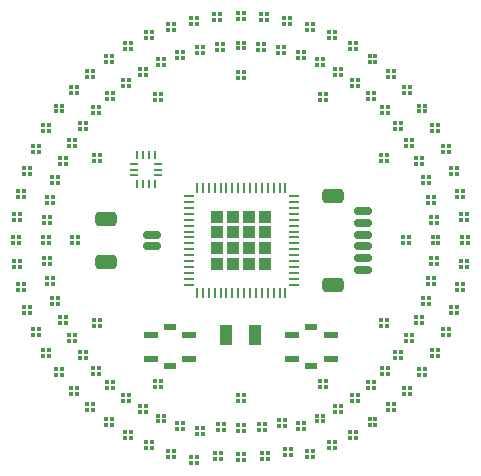
<source format=gbr>
%TF.GenerationSoftware,KiCad,Pcbnew,9.0.2*%
%TF.CreationDate,2025-11-21T20:47:10-08:00*%
%TF.ProjectId,LED Watch,4c454420-5761-4746-9368-2e6b69636164,rev?*%
%TF.SameCoordinates,Original*%
%TF.FileFunction,Paste,Top*%
%TF.FilePolarity,Positive*%
%FSLAX46Y46*%
G04 Gerber Fmt 4.6, Leading zero omitted, Abs format (unit mm)*
G04 Created by KiCad (PCBNEW 9.0.2) date 2025-11-21 20:47:10*
%MOMM*%
%LPD*%
G01*
G04 APERTURE LIST*
G04 Aperture macros list*
%AMRoundRect*
0 Rectangle with rounded corners*
0 $1 Rounding radius*
0 $2 $3 $4 $5 $6 $7 $8 $9 X,Y pos of 4 corners*
0 Add a 4 corners polygon primitive as box body*
4,1,4,$2,$3,$4,$5,$6,$7,$8,$9,$2,$3,0*
0 Add four circle primitives for the rounded corners*
1,1,$1+$1,$2,$3*
1,1,$1+$1,$4,$5*
1,1,$1+$1,$6,$7*
1,1,$1+$1,$8,$9*
0 Add four rect primitives between the rounded corners*
20,1,$1+$1,$2,$3,$4,$5,0*
20,1,$1+$1,$4,$5,$6,$7,0*
20,1,$1+$1,$6,$7,$8,$9,0*
20,1,$1+$1,$8,$9,$2,$3,0*%
G04 Aperture macros list end*
%ADD10R,0.300000X0.300000*%
%ADD11R,1.000000X1.800000*%
%ADD12RoundRect,0.150000X-0.625000X0.150000X-0.625000X-0.150000X0.625000X-0.150000X0.625000X0.150000X0*%
%ADD13RoundRect,0.250000X-0.650000X0.350000X-0.650000X-0.350000X0.650000X-0.350000X0.650000X0.350000X0*%
%ADD14R,1.250000X0.600000*%
%ADD15R,1.000000X0.500000*%
%ADD16RoundRect,0.150000X0.625000X-0.150000X0.625000X0.150000X-0.625000X0.150000X-0.625000X-0.150000X0*%
%ADD17RoundRect,0.250000X0.650000X-0.350000X0.650000X0.350000X-0.650000X0.350000X-0.650000X-0.350000X0*%
%ADD18R,0.250000X0.675000*%
%ADD19R,0.675000X0.250000*%
%ADD20RoundRect,0.250000X-0.295000X-0.295000X0.295000X-0.295000X0.295000X0.295000X-0.295000X0.295000X0*%
%ADD21RoundRect,0.062500X-0.350000X-0.062500X0.350000X-0.062500X0.350000X0.062500X-0.350000X0.062500X0*%
%ADD22RoundRect,0.062500X-0.062500X-0.350000X0.062500X-0.350000X0.062500X0.350000X-0.062500X0.350000X0*%
G04 APERTURE END LIST*
D10*
%TO.C,U70*%
X93038800Y-84676500D03*
X93038800Y-85176500D03*
X93538800Y-85176500D03*
X93538800Y-84676500D03*
%TD*%
%TO.C,U97*%
X112463500Y-113869800D03*
X112463500Y-114369800D03*
X112963500Y-114369800D03*
X112963500Y-113869800D03*
%TD*%
%TO.C,U53*%
X86401200Y-109448500D03*
X86401200Y-109948500D03*
X86901200Y-109948500D03*
X86901200Y-109448500D03*
%TD*%
%TO.C,U27*%
X115889400Y-96319500D03*
X115889400Y-96819500D03*
X116389400Y-96819500D03*
X116389400Y-96319500D03*
%TD*%
%TO.C,U68*%
X90051500Y-86401200D03*
X90051500Y-86901200D03*
X90551500Y-86901200D03*
X90551500Y-86401200D03*
%TD*%
%TO.C,U131*%
X93878700Y-81679900D03*
X93878700Y-82179900D03*
X94378700Y-82179900D03*
X94378700Y-81679900D03*
%TD*%
%TO.C,U118*%
X80854100Y-101736000D03*
X80854100Y-102236000D03*
X81354100Y-102236000D03*
X81354100Y-101736000D03*
%TD*%
%TO.C,U49*%
X91500000Y-114039400D03*
X91500000Y-114539400D03*
X92000000Y-114539400D03*
X92000000Y-114039400D03*
%TD*%
%TO.C,U48*%
X93038800Y-114823500D03*
X93038800Y-115323500D03*
X93538800Y-115323500D03*
X93538800Y-114823500D03*
%TD*%
D11*
%TO.C,Y1*%
X98750000Y-108000000D03*
X101250000Y-108000000D03*
%TD*%
D10*
%TO.C,U92*%
X117820100Y-105621300D03*
X117820100Y-106121300D03*
X118320100Y-106121300D03*
X118320100Y-105621300D03*
%TD*%
%TO.C,U64*%
X85460600Y-91500000D03*
X85460600Y-92000000D03*
X85960600Y-92000000D03*
X85960600Y-91500000D03*
%TD*%
%TO.C,U25*%
X114823500Y-93038800D03*
X114823500Y-93538800D03*
X115323500Y-93538800D03*
X115323500Y-93038800D03*
%TD*%
%TO.C,U19*%
X108000000Y-85460600D03*
X108000000Y-85960600D03*
X108500000Y-85960600D03*
X108500000Y-85460600D03*
%TD*%
%TO.C,U101*%
X105621300Y-117820100D03*
X105621300Y-118320100D03*
X106121300Y-118320100D03*
X106121300Y-117820100D03*
%TD*%
%TO.C,U22*%
X112011900Y-88709300D03*
X112011900Y-89209300D03*
X112511900Y-89209300D03*
X112511900Y-88709300D03*
%TD*%
D12*
%TO.C,J2*%
X92500000Y-99500000D03*
X92500000Y-100500000D03*
D13*
X88625000Y-98200000D03*
X88625000Y-101800000D03*
%TD*%
D10*
%TO.C,U2*%
X99750000Y-85750000D03*
X99750000Y-86250000D03*
X100250000Y-86250000D03*
X100250000Y-85750000D03*
%TD*%
%TO.C,U104*%
X99800000Y-118100000D03*
X99800000Y-118600000D03*
X100300000Y-118600000D03*
X100300000Y-118100000D03*
%TD*%
%TO.C,U96*%
X113869800Y-112463500D03*
X113869800Y-112963500D03*
X114369800Y-112963500D03*
X114369800Y-112463500D03*
%TD*%
%TO.C,U42*%
X103230500Y-115239400D03*
X103230500Y-115739400D03*
X103730500Y-115739400D03*
X103730500Y-115239400D03*
%TD*%
%TO.C,U59*%
X83250000Y-99750000D03*
X83250000Y-100250000D03*
X83750000Y-100250000D03*
X83750000Y-99750000D03*
%TD*%
%TO.C,U46*%
X96319500Y-115889400D03*
X96319500Y-116389400D03*
X96819500Y-116389400D03*
X96819500Y-115889400D03*
%TD*%
%TO.C,U81*%
X112463500Y-85630200D03*
X112463500Y-86130200D03*
X112963500Y-86130200D03*
X112963500Y-85630200D03*
%TD*%
%TO.C,U87*%
X118334800Y-95799700D03*
X118334800Y-96299700D03*
X118834800Y-96299700D03*
X118834800Y-95799700D03*
%TD*%
%TO.C,U55*%
X84676500Y-106461200D03*
X84676500Y-106961200D03*
X85176500Y-106961200D03*
X85176500Y-106461200D03*
%TD*%
%TO.C,U72*%
X96319500Y-83610600D03*
X96319500Y-84110600D03*
X96819500Y-84110600D03*
X96819500Y-83610600D03*
%TD*%
%TO.C,U58*%
X83340400Y-101474700D03*
X83340400Y-101974700D03*
X83840400Y-101974700D03*
X83840400Y-101474700D03*
%TD*%
%TO.C,U3*%
X106750000Y-87625600D03*
X106750000Y-88125600D03*
X107250000Y-88125600D03*
X107250000Y-87625600D03*
%TD*%
%TO.C,U41*%
X104848800Y-115442400D03*
X104848800Y-115942400D03*
X105348800Y-115942400D03*
X105348800Y-115442400D03*
%TD*%
%TO.C,U120*%
X80854100Y-97764000D03*
X80854100Y-98264000D03*
X81354100Y-98264000D03*
X81354100Y-97764000D03*
%TD*%
%TO.C,U108*%
X92022000Y-117107400D03*
X92022000Y-117607400D03*
X92522000Y-117607400D03*
X92522000Y-117107400D03*
%TD*%
%TO.C,U90*%
X118645900Y-101736000D03*
X118645900Y-102236000D03*
X119145900Y-102236000D03*
X119145900Y-101736000D03*
%TD*%
%TO.C,U77*%
X105621300Y-81679900D03*
X105621300Y-82179900D03*
X106121300Y-82179900D03*
X106121300Y-81679900D03*
%TD*%
%TO.C,U73*%
X98025300Y-83340400D03*
X98025300Y-83840400D03*
X98525300Y-83840400D03*
X98525300Y-83340400D03*
%TD*%
%TO.C,U130*%
X92022000Y-82392600D03*
X92022000Y-82892600D03*
X92522000Y-82892600D03*
X92522000Y-82392600D03*
%TD*%
%TO.C,U83*%
X115121300Y-88582100D03*
X115121300Y-89082100D03*
X115621300Y-89082100D03*
X115621300Y-88582100D03*
%TD*%
%TO.C,U89*%
X118750000Y-99750000D03*
X118750000Y-100250000D03*
X119250000Y-100250000D03*
X119250000Y-99750000D03*
%TD*%
%TO.C,U37*%
X110790700Y-112011900D03*
X110790700Y-112511900D03*
X111290700Y-112511900D03*
X111290700Y-112011900D03*
%TD*%
%TO.C,U35*%
X113098800Y-109448500D03*
X113098800Y-109948500D03*
X113598800Y-109948500D03*
X113598800Y-109448500D03*
%TD*%
%TO.C,U117*%
X81165200Y-103700300D03*
X81165200Y-104200300D03*
X81665200Y-104200300D03*
X81665200Y-103700300D03*
%TD*%
%TO.C,U9*%
X92750000Y-111874400D03*
X92750000Y-112374400D03*
X93250000Y-112374400D03*
X93250000Y-111874400D03*
%TD*%
%TO.C,U127*%
X87036500Y-85630200D03*
X87036500Y-86130200D03*
X87536500Y-86130200D03*
X87536500Y-85630200D03*
%TD*%
%TO.C,U15*%
X101474700Y-83340400D03*
X101474700Y-83840400D03*
X101974700Y-83840400D03*
X101974700Y-83340400D03*
%TD*%
%TO.C,U18*%
X106461200Y-84676500D03*
X106461200Y-85176500D03*
X106961200Y-85176500D03*
X106961200Y-84676500D03*
%TD*%
%TO.C,U24*%
X114039400Y-91500000D03*
X114039400Y-92000000D03*
X114539400Y-92000000D03*
X114539400Y-91500000D03*
%TD*%
%TO.C,U21*%
X110790700Y-87488100D03*
X110790700Y-87988100D03*
X111290700Y-87988100D03*
X111290700Y-87488100D03*
%TD*%
D14*
%TO.C,SW2*%
X104375000Y-108000000D03*
X107625000Y-108000000D03*
X104375000Y-110000000D03*
X107625000Y-110000000D03*
D15*
X106000000Y-107350000D03*
X106000000Y-110650000D03*
%TD*%
D10*
%TO.C,U133*%
X97764000Y-80854100D03*
X97764000Y-81354100D03*
X98264000Y-81354100D03*
X98264000Y-80854100D03*
%TD*%
%TO.C,U44*%
X99800000Y-115600000D03*
X99800000Y-116100000D03*
X100300000Y-116100000D03*
X100300000Y-115600000D03*
%TD*%
%TO.C,U125*%
X84378700Y-88582100D03*
X84378700Y-89082100D03*
X84878700Y-89082100D03*
X84878700Y-88582100D03*
%TD*%
%TO.C,U39*%
X108000000Y-114039400D03*
X108000000Y-114539400D03*
X108500000Y-114539400D03*
X108500000Y-114039400D03*
%TD*%
%TO.C,U4*%
X111874400Y-92750000D03*
X111874400Y-93250000D03*
X112374400Y-93250000D03*
X112374400Y-92750000D03*
%TD*%
%TO.C,U34*%
X114039400Y-108000000D03*
X114039400Y-108500000D03*
X114539400Y-108500000D03*
X114539400Y-108000000D03*
%TD*%
%TO.C,U80*%
X110917900Y-84378700D03*
X110917900Y-84878700D03*
X111417900Y-84878700D03*
X111417900Y-84378700D03*
%TD*%
%TO.C,U114*%
X83295500Y-109250000D03*
X83295500Y-109750000D03*
X83795500Y-109750000D03*
X83795500Y-109250000D03*
%TD*%
%TO.C,U61*%
X83610600Y-96319500D03*
X83610600Y-96819500D03*
X84110600Y-96819500D03*
X84110600Y-96319500D03*
%TD*%
%TO.C,U109*%
X90250000Y-116204500D03*
X90250000Y-116704500D03*
X90750000Y-116704500D03*
X90750000Y-116204500D03*
%TD*%
%TO.C,U107*%
X93878700Y-117820100D03*
X93878700Y-118320100D03*
X94378700Y-118320100D03*
X94378700Y-117820100D03*
%TD*%
%TO.C,U121*%
X81165200Y-95799700D03*
X81165200Y-96299700D03*
X81665200Y-96299700D03*
X81665200Y-95799700D03*
%TD*%
%TO.C,U43*%
X101524700Y-115509600D03*
X101524700Y-116009600D03*
X102024700Y-116009600D03*
X102024700Y-115509600D03*
%TD*%
%TO.C,U65*%
X86401200Y-90051500D03*
X86401200Y-90551500D03*
X86901200Y-90551500D03*
X86901200Y-90051500D03*
%TD*%
%TO.C,U7*%
X106750000Y-111874400D03*
X106750000Y-112374400D03*
X107250000Y-112374400D03*
X107250000Y-111874400D03*
%TD*%
%TO.C,U69*%
X91500000Y-85460600D03*
X91500000Y-85960600D03*
X92000000Y-85960600D03*
X92000000Y-85460600D03*
%TD*%
%TO.C,U105*%
X97814000Y-117995900D03*
X97814000Y-118495900D03*
X98314000Y-118495900D03*
X98314000Y-117995900D03*
%TD*%
%TO.C,U129*%
X90250000Y-83295500D03*
X90250000Y-83795500D03*
X90750000Y-83795500D03*
X90750000Y-83295500D03*
%TD*%
%TO.C,U95*%
X115121300Y-110917900D03*
X115121300Y-111417900D03*
X115621300Y-111417900D03*
X115621300Y-110917900D03*
%TD*%
%TO.C,U32*%
X115442400Y-104848800D03*
X115442400Y-105348800D03*
X115942400Y-105348800D03*
X115942400Y-104848800D03*
%TD*%
%TO.C,U54*%
X85460600Y-108000000D03*
X85460600Y-108500000D03*
X85960600Y-108500000D03*
X85960600Y-108000000D03*
%TD*%
%TO.C,U128*%
X88582100Y-84378700D03*
X88582100Y-84878700D03*
X89082100Y-84878700D03*
X89082100Y-84378700D03*
%TD*%
%TO.C,U30*%
X116159600Y-101474700D03*
X116159600Y-101974700D03*
X116659600Y-101974700D03*
X116659600Y-101474700D03*
%TD*%
%TO.C,U126*%
X85630200Y-87036500D03*
X85630200Y-87536500D03*
X86130200Y-87536500D03*
X86130200Y-87036500D03*
%TD*%
%TO.C,U31*%
X115889400Y-103180500D03*
X115889400Y-103680500D03*
X116389400Y-103680500D03*
X116389400Y-103180500D03*
%TD*%
%TO.C,U50*%
X90051500Y-113098800D03*
X90051500Y-113598800D03*
X90551500Y-113598800D03*
X90551500Y-113098800D03*
%TD*%
%TO.C,U62*%
X84057600Y-94651200D03*
X84057600Y-95151200D03*
X84557600Y-95151200D03*
X84557600Y-94651200D03*
%TD*%
%TO.C,U106*%
X95799700Y-118334800D03*
X95799700Y-118834800D03*
X96299700Y-118834800D03*
X96299700Y-118334800D03*
%TD*%
%TO.C,U20*%
X109448500Y-86401200D03*
X109448500Y-86901200D03*
X109948500Y-86901200D03*
X109948500Y-86401200D03*
%TD*%
%TO.C,U124*%
X83295500Y-90250000D03*
X83295500Y-90750000D03*
X83795500Y-90750000D03*
X83795500Y-90250000D03*
%TD*%
%TO.C,U93*%
X117107400Y-107478000D03*
X117107400Y-107978000D03*
X117607400Y-107978000D03*
X117607400Y-107478000D03*
%TD*%
%TO.C,U103*%
X101786000Y-117995900D03*
X101786000Y-118495900D03*
X102286000Y-118495900D03*
X102286000Y-117995900D03*
%TD*%
%TO.C,U86*%
X117820100Y-93878700D03*
X117820100Y-94378700D03*
X118320100Y-94378700D03*
X118320100Y-93878700D03*
%TD*%
%TO.C,U112*%
X85630200Y-112463500D03*
X85630200Y-112963500D03*
X86130200Y-112963500D03*
X86130200Y-112463500D03*
%TD*%
D14*
%TO.C,SW1*%
X92375000Y-108000000D03*
X95625000Y-108000000D03*
X92375000Y-110000000D03*
X95625000Y-110000000D03*
D15*
X94000000Y-107350000D03*
X94000000Y-110650000D03*
%TD*%
D10*
%TO.C,U63*%
X84676500Y-93038800D03*
X84676500Y-93538800D03*
X85176500Y-93538800D03*
X85176500Y-93038800D03*
%TD*%
%TO.C,U84*%
X116204500Y-90250000D03*
X116204500Y-90750000D03*
X116704500Y-90750000D03*
X116704500Y-90250000D03*
%TD*%
%TO.C,U85*%
X117107400Y-92022000D03*
X117107400Y-92522000D03*
X117607400Y-92522000D03*
X117607400Y-92022000D03*
%TD*%
%TO.C,U82*%
X113869800Y-87036500D03*
X113869800Y-87536500D03*
X114369800Y-87536500D03*
X114369800Y-87036500D03*
%TD*%
%TO.C,U66*%
X87488100Y-88709300D03*
X87488100Y-89209300D03*
X87988100Y-89209300D03*
X87988100Y-88709300D03*
%TD*%
%TO.C,U60*%
X83340400Y-98025300D03*
X83340400Y-98525300D03*
X83840400Y-98525300D03*
X83840400Y-98025300D03*
%TD*%
%TO.C,U14*%
X99750000Y-83250000D03*
X99750000Y-83750000D03*
X100250000Y-83750000D03*
X100250000Y-83250000D03*
%TD*%
%TO.C,U38*%
X109448500Y-113098800D03*
X109448500Y-113598800D03*
X109948500Y-113598800D03*
X109948500Y-113098800D03*
%TD*%
%TO.C,U76*%
X103700300Y-81165200D03*
X103700300Y-81665200D03*
X104200300Y-81665200D03*
X104200300Y-81165200D03*
%TD*%
%TO.C,U132*%
X95799700Y-81165200D03*
X95799700Y-81665200D03*
X96299700Y-81665200D03*
X96299700Y-81165200D03*
%TD*%
%TO.C,U119*%
X80750000Y-99750000D03*
X80750000Y-100250000D03*
X81250000Y-100250000D03*
X81250000Y-99750000D03*
%TD*%
%TO.C,U98*%
X110917900Y-115121300D03*
X110917900Y-115621300D03*
X111417900Y-115621300D03*
X111417900Y-115121300D03*
%TD*%
%TO.C,U23*%
X113098800Y-90051500D03*
X113098800Y-90551500D03*
X113598800Y-90551500D03*
X113598800Y-90051500D03*
%TD*%
%TO.C,U75*%
X101736000Y-80854100D03*
X101736000Y-81354100D03*
X102236000Y-81354100D03*
X102236000Y-80854100D03*
%TD*%
%TO.C,U10*%
X87625600Y-106750000D03*
X87625600Y-107250000D03*
X88125600Y-107250000D03*
X88125600Y-106750000D03*
%TD*%
%TO.C,U11*%
X85750000Y-99750000D03*
X85750000Y-100250000D03*
X86250000Y-100250000D03*
X86250000Y-99750000D03*
%TD*%
%TO.C,U94*%
X116204500Y-109250000D03*
X116204500Y-109750000D03*
X116704500Y-109750000D03*
X116704500Y-109250000D03*
%TD*%
%TO.C,U115*%
X82392600Y-107478000D03*
X82392600Y-107978000D03*
X82892600Y-107978000D03*
X82892600Y-107478000D03*
%TD*%
%TO.C,U111*%
X87036500Y-113869800D03*
X87036500Y-114369800D03*
X87536500Y-114369800D03*
X87536500Y-113869800D03*
%TD*%
%TO.C,U51*%
X88709300Y-112011900D03*
X88709300Y-112511900D03*
X89209300Y-112511900D03*
X89209300Y-112011900D03*
%TD*%
%TO.C,U74*%
X99750000Y-80750000D03*
X99750000Y-81250000D03*
X100250000Y-81250000D03*
X100250000Y-80750000D03*
%TD*%
%TO.C,U13*%
X92750000Y-87625600D03*
X92750000Y-88125600D03*
X93250000Y-88125600D03*
X93250000Y-87625600D03*
%TD*%
%TO.C,U36*%
X112011900Y-110790700D03*
X112011900Y-111290700D03*
X112511900Y-111290700D03*
X112511900Y-110790700D03*
%TD*%
%TO.C,U8*%
X99800000Y-113100000D03*
X99800000Y-113600000D03*
X100300000Y-113600000D03*
X100300000Y-113100000D03*
%TD*%
%TO.C,U16*%
X103180500Y-83610600D03*
X103180500Y-84110600D03*
X103680500Y-84110600D03*
X103680500Y-83610600D03*
%TD*%
%TO.C,U5*%
X113750000Y-99750000D03*
X113750000Y-100250000D03*
X114250000Y-100250000D03*
X114250000Y-99750000D03*
%TD*%
%TO.C,U79*%
X109250000Y-83295500D03*
X109250000Y-83795500D03*
X109750000Y-83795500D03*
X109750000Y-83295500D03*
%TD*%
%TO.C,U29*%
X116250000Y-99750000D03*
X116250000Y-100250000D03*
X116750000Y-100250000D03*
X116750000Y-99750000D03*
%TD*%
%TO.C,U102*%
X103750300Y-117684800D03*
X103750300Y-118184800D03*
X104250300Y-118184800D03*
X104250300Y-117684800D03*
%TD*%
%TO.C,U56*%
X84057600Y-104848800D03*
X84057600Y-105348800D03*
X84557600Y-105348800D03*
X84557600Y-104848800D03*
%TD*%
%TO.C,U12*%
X87625600Y-92750000D03*
X87625600Y-93250000D03*
X88125600Y-93250000D03*
X88125600Y-92750000D03*
%TD*%
%TO.C,U33*%
X114823500Y-106461200D03*
X114823500Y-106961200D03*
X115323500Y-106961200D03*
X115323500Y-106461200D03*
%TD*%
%TO.C,U57*%
X83610600Y-103180500D03*
X83610600Y-103680500D03*
X84110600Y-103680500D03*
X84110600Y-103180500D03*
%TD*%
%TO.C,U17*%
X104848800Y-84057600D03*
X104848800Y-84557600D03*
X105348800Y-84557600D03*
X105348800Y-84057600D03*
%TD*%
%TO.C,U67*%
X88709300Y-87488100D03*
X88709300Y-87988100D03*
X89209300Y-87988100D03*
X89209300Y-87488100D03*
%TD*%
%TO.C,U71*%
X94651200Y-84057600D03*
X94651200Y-84557600D03*
X95151200Y-84557600D03*
X95151200Y-84057600D03*
%TD*%
D16*
%TO.C,J1*%
X110325000Y-102500000D03*
X110325000Y-101500000D03*
X110325000Y-100500000D03*
X110325000Y-99500000D03*
X110325000Y-98500000D03*
X110325000Y-97500000D03*
D17*
X107800000Y-103800000D03*
X107800000Y-96200000D03*
%TD*%
D10*
%TO.C,U78*%
X107478000Y-82392600D03*
X107478000Y-82892600D03*
X107978000Y-82892600D03*
X107978000Y-82392600D03*
%TD*%
%TO.C,U88*%
X118645900Y-97764000D03*
X118645900Y-98264000D03*
X119145900Y-98264000D03*
X119145900Y-97764000D03*
%TD*%
%TO.C,U40*%
X106461200Y-114823500D03*
X106461200Y-115323500D03*
X106961200Y-115323500D03*
X106961200Y-114823500D03*
%TD*%
D18*
%TO.C,U134*%
X91250000Y-95262500D03*
X91750000Y-95262500D03*
X92250000Y-95262500D03*
X92750000Y-95262500D03*
D19*
X93012500Y-94500000D03*
X93012500Y-94000000D03*
X93012500Y-93500000D03*
D18*
X92750000Y-92737500D03*
X92250000Y-92737500D03*
X91750000Y-92737500D03*
X91250000Y-92737500D03*
D19*
X90987500Y-93500000D03*
X90987500Y-94000000D03*
X90987500Y-94500000D03*
%TD*%
D10*
%TO.C,U113*%
X84378700Y-110917900D03*
X84378700Y-111417900D03*
X84878700Y-111417900D03*
X84878700Y-110917900D03*
%TD*%
%TO.C,U26*%
X115442400Y-94651200D03*
X115442400Y-95151200D03*
X115942400Y-95151200D03*
X115942400Y-94651200D03*
%TD*%
%TO.C,U47*%
X94651200Y-115442400D03*
X94651200Y-115942400D03*
X95151200Y-115942400D03*
X95151200Y-115442400D03*
%TD*%
%TO.C,U91*%
X118334800Y-103700300D03*
X118334800Y-104200300D03*
X118834800Y-104200300D03*
X118834800Y-103700300D03*
%TD*%
%TO.C,U52*%
X87488100Y-110790700D03*
X87488100Y-111290700D03*
X87988100Y-111290700D03*
X87988100Y-110790700D03*
%TD*%
%TO.C,U116*%
X81679900Y-105621300D03*
X81679900Y-106121300D03*
X82179900Y-106121300D03*
X82179900Y-105621300D03*
%TD*%
%TO.C,U122*%
X81679900Y-93878700D03*
X81679900Y-94378700D03*
X82179900Y-94378700D03*
X82179900Y-93878700D03*
%TD*%
%TO.C,U110*%
X88582100Y-115121300D03*
X88582100Y-115621300D03*
X89082100Y-115621300D03*
X89082100Y-115121300D03*
%TD*%
D20*
%TO.C,U135*%
X98025000Y-97975000D03*
X98025000Y-99325000D03*
X98025000Y-100675000D03*
X98025000Y-102025000D03*
X99375000Y-97975000D03*
X99375000Y-99325000D03*
X99375000Y-100675000D03*
X99375000Y-102025000D03*
X100725000Y-97975000D03*
X100725000Y-99325000D03*
X100725000Y-100675000D03*
X100725000Y-102025000D03*
X102075000Y-97975000D03*
X102075000Y-99325000D03*
X102075000Y-100675000D03*
X102075000Y-102025000D03*
D21*
X95612500Y-96250000D03*
X95612500Y-96750000D03*
X95612500Y-97250000D03*
X95612500Y-97750000D03*
X95612500Y-98250000D03*
X95612500Y-98750000D03*
X95612500Y-99250000D03*
X95612500Y-99750000D03*
X95612500Y-100250000D03*
X95612500Y-100750000D03*
X95612500Y-101250000D03*
X95612500Y-101750000D03*
X95612500Y-102250000D03*
X95612500Y-102750000D03*
X95612500Y-103250000D03*
X95612500Y-103750000D03*
D22*
X96300000Y-104437500D03*
X96800000Y-104437500D03*
X97300000Y-104437500D03*
X97800000Y-104437500D03*
X98300000Y-104437500D03*
X98800000Y-104437500D03*
X99300000Y-104437500D03*
X99800000Y-104437500D03*
X100300000Y-104437500D03*
X100800000Y-104437500D03*
X101300000Y-104437500D03*
X101800000Y-104437500D03*
X102300000Y-104437500D03*
X102800000Y-104437500D03*
X103300000Y-104437500D03*
X103800000Y-104437500D03*
D21*
X104487500Y-103750000D03*
X104487500Y-103250000D03*
X104487500Y-102750000D03*
X104487500Y-102250000D03*
X104487500Y-101750000D03*
X104487500Y-101250000D03*
X104487500Y-100750000D03*
X104487500Y-100250000D03*
X104487500Y-99750000D03*
X104487500Y-99250000D03*
X104487500Y-98750000D03*
X104487500Y-98250000D03*
X104487500Y-97750000D03*
X104487500Y-97250000D03*
X104487500Y-96750000D03*
X104487500Y-96250000D03*
D22*
X103800000Y-95562500D03*
X103300000Y-95562500D03*
X102800000Y-95562500D03*
X102300000Y-95562500D03*
X101800000Y-95562500D03*
X101300000Y-95562500D03*
X100800000Y-95562500D03*
X100300000Y-95562500D03*
X99800000Y-95562500D03*
X99300000Y-95562500D03*
X98800000Y-95562500D03*
X98300000Y-95562500D03*
X97800000Y-95562500D03*
X97300000Y-95562500D03*
X96800000Y-95562500D03*
X96300000Y-95562500D03*
%TD*%
D10*
%TO.C,U6*%
X111874400Y-106750000D03*
X111874400Y-107250000D03*
X112374400Y-107250000D03*
X112374400Y-106750000D03*
%TD*%
%TO.C,U99*%
X109250000Y-116204500D03*
X109250000Y-116704500D03*
X109750000Y-116704500D03*
X109750000Y-116204500D03*
%TD*%
%TO.C,U100*%
X107478000Y-117107400D03*
X107478000Y-117607400D03*
X107978000Y-117607400D03*
X107978000Y-117107400D03*
%TD*%
%TO.C,U123*%
X82392600Y-92022000D03*
X82392600Y-92522000D03*
X82892600Y-92522000D03*
X82892600Y-92022000D03*
%TD*%
%TO.C,U28*%
X116159600Y-98025300D03*
X116159600Y-98525300D03*
X116659600Y-98525300D03*
X116659600Y-98025300D03*
%TD*%
%TO.C,U45*%
X98075300Y-115509600D03*
X98075300Y-116009600D03*
X98575300Y-116009600D03*
X98575300Y-115509600D03*
%TD*%
M02*

</source>
